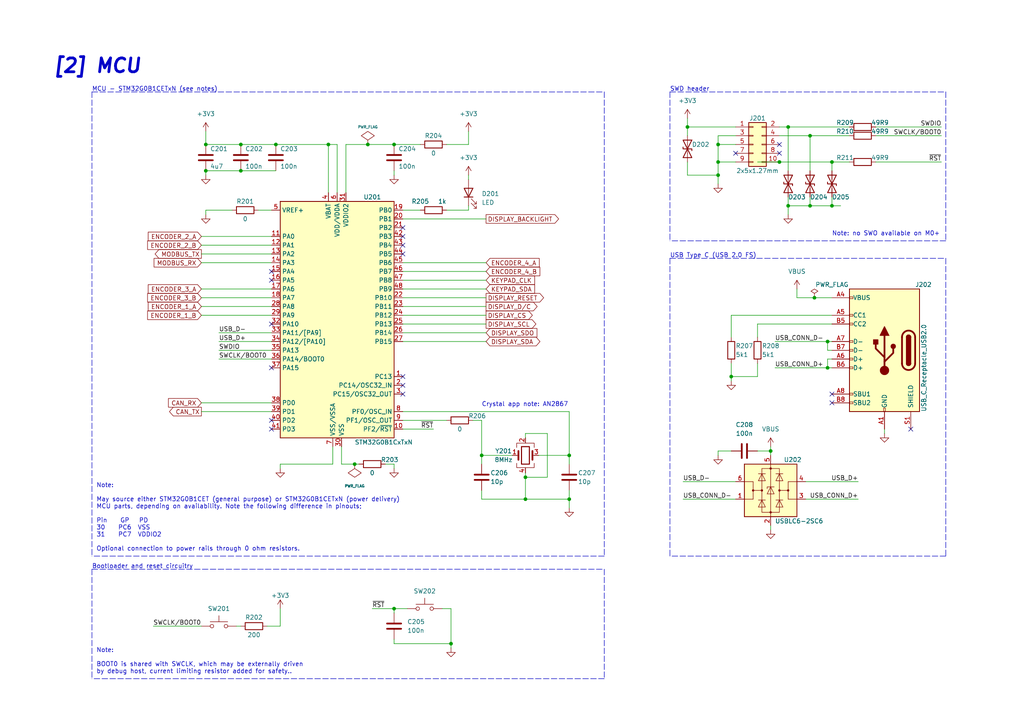
<source format=kicad_sch>
(kicad_sch (version 20211123) (generator eeschema)
  (paper "A4")
  (title_block (title "grblPANEL") (date "2022-12-12") (rev "0.1") (company "dresco"))
  (lib_symbols
    (symbol "Connector:USB_C_Receptacle_USB2.0" (pin_names (offset 1.016))
      (property "Reference" "J" (at -10.16 19.05 0))
      (property "Value" "USB_C_Receptacle_USB2.0" (at 19.05 19.05 0))
      (symbol "USB_C_Receptacle_USB2.0_0_0"
        (rectangle (start -0.254 -17.78) (end 0.254 -16.764))
        (rectangle (start 10.16 -14.986) (end 9.144 -15.494))
        (rectangle (start 10.16 -12.446) (end 9.144 -12.954))
        (rectangle (start 10.16 -4.826) (end 9.144 -5.334))
        (rectangle (start 10.16 -2.286) (end 9.144 -2.794))
        (rectangle (start 10.16 0.254) (end 9.144 -0.254))
        (rectangle (start 10.16 2.794) (end 9.144 2.286))
        (rectangle (start 10.16 7.874) (end 9.144 7.366))
        (rectangle (start 10.16 10.414) (end 9.144 9.906))
        (rectangle (start 10.16 15.494) (end 9.144 14.986))
      )
      (symbol "USB_C_Receptacle_USB2.0_0_1"
        (rectangle (start -10.16 17.78) (end 10.16 -17.78) (stroke (width 0.254)) (fill (type background)))
        (arc (start -8.89 -3.81) (mid -6.985 -5.715) (end -5.08 -3.81) (stroke (width 0.508)))
        (arc (start -7.62 -3.81) (mid -6.985 -4.445) (end -6.35 -3.81) (stroke (width 0.254)))
        (arc (start -7.62 -3.81) (mid -6.985 -4.445) (end -6.35 -3.81) (stroke (width 0.254)) (fill (type outline)))
        (rectangle (start -7.62 -3.81) (end -6.35 3.81) (stroke (width 0.254)) (fill (type outline)))
        (arc (start -6.35 3.81) (mid -6.985 4.445) (end -7.62 3.81) (stroke (width 0.254)))
        (arc (start -6.35 3.81) (mid -6.985 4.445) (end -7.62 3.81) (stroke (width 0.254)) (fill (type outline)))
        (arc (start -5.08 3.81) (mid -6.985 5.715) (end -8.89 3.81) (stroke (width 0.508)))
        (circle (center -2.54 1.143) (radius 0.635) (stroke (width 0.254)) (fill (type outline)))
        (circle (center 0 -5.842) (radius 1.27) (fill (type outline)))
        (polyline (pts (xy -8.89 -3.81) (xy -8.89 3.81)) (stroke (width 0.508)))
        (polyline (pts (xy -5.08 3.81) (xy -5.08 -3.81)) (stroke (width 0.508)))
        (polyline (pts (xy 0 -5.842) (xy 0 4.318)) (stroke (width 0.508)))
        (polyline (pts (xy 0 -3.302) (xy -2.54 -0.762) (xy -2.54 0.508)) (stroke (width 0.508)))
        (polyline (pts (xy 0 -2.032) (xy 2.54 0.508) (xy 2.54 1.778)) (stroke (width 0.508)))
        (polyline (pts (xy -1.27 4.318) (xy 0 6.858) (xy 1.27 4.318) (xy -1.27 4.318)) (stroke (width 0.254)) (fill (type outline)))
        (rectangle (start 1.905 1.778) (end 3.175 3.048) (stroke (width 0.254)) (fill (type outline)))
      )
      (symbol "USB_C_Receptacle_USB2.0_1_1"
        (pin passive line (at 0 -22.86 90) (length 5.08) (name "GND") (number "A1"))
        (pin passive line (at 0 -22.86 90) (length 5.08) hide (name "GND") (number "A12"))
        (pin passive line (at 15.24 15.24 180) (length 5.08) (name "VBUS") (number "A4"))
        (pin bidirectional line (at 15.24 10.16 180) (length 5.08) (name "CC1") (number "A5"))
        (pin bidirectional line (at 15.24 -2.54 180) (length 5.08) (name "D+") (number "A6"))
        (pin bidirectional line (at 15.24 2.54 180) (length 5.08) (name "D-") (number "A7"))
        (pin bidirectional line (at 15.24 -12.7 180) (length 5.08) (name "SBU1") (number "A8"))
        (pin passive line (at 15.24 15.24 180) (length 5.08) hide (name "VBUS") (number "A9"))
        (pin passive line (at 0 -22.86 90) (length 5.08) hide (name "GND") (number "B1"))
        (pin passive line (at 0 -22.86 90) (length 5.08) hide (name "GND") (number "B12"))
        (pin passive line (at 15.24 15.24 180) (length 5.08) hide (name "VBUS") (number "B4"))
        (pin bidirectional line (at 15.24 7.62 180) (length 5.08) (name "CC2") (number "B5"))
        (pin bidirectional line (at 15.24 -5.08 180) (length 5.08) (name "D+") (number "B6"))
        (pin bidirectional line (at 15.24 0 180) (length 5.08) (name "D-") (number "B7"))
        (pin bidirectional line (at 15.24 -15.24 180) (length 5.08) (name "SBU2") (number "B8"))
        (pin passive line (at 15.24 15.24 180) (length 5.08) hide (name "VBUS") (number "B9"))
        (pin passive line (at -7.62 -22.86 90) (length 5.08) (name "SHIELD") (number "S1"))
      )
    )
    (symbol "Connector_Generic:Conn_02x05_Odd_Even" (pin_names (offset 1.016) hide)
      (property "Reference" "J" (at 1.27 7.62 0))
      (property "Value" "Conn_02x05_Odd_Even" (at 1.27 -7.62 0))
      (symbol "Conn_02x05_Odd_Even_1_1"
        (rectangle (start -1.27 -4.953) (end 0 -5.207) (stroke (width 0.1524)))
        (rectangle (start -1.27 -2.413) (end 0 -2.667) (stroke (width 0.1524)))
        (rectangle (start -1.27 0.127) (end 0 -0.127) (stroke (width 0.1524)))
        (rectangle (start -1.27 2.667) (end 0 2.413) (stroke (width 0.1524)))
        (rectangle (start -1.27 5.207) (end 0 4.953) (stroke (width 0.1524)))
        (rectangle (start -1.27 6.35) (end 3.81 -6.35) (stroke (width 0.254)) (fill (type background)))
        (rectangle (start 3.81 -4.953) (end 2.54 -5.207) (stroke (width 0.1524)))
        (rectangle (start 3.81 -2.413) (end 2.54 -2.667) (stroke (width 0.1524)))
        (rectangle (start 3.81 0.127) (end 2.54 -0.127) (stroke (width 0.1524)))
        (rectangle (start 3.81 2.667) (end 2.54 2.413) (stroke (width 0.1524)))
        (rectangle (start 3.81 5.207) (end 2.54 4.953) (stroke (width 0.1524)))
        (pin passive line (at -5.08 5.08 0) (length 3.81) (name "Pin_1") (number "1"))
        (pin passive line (at 7.62 -5.08 180) (length 3.81) (name "Pin_10") (number "10"))
        (pin passive line (at 7.62 5.08 180) (length 3.81) (name "Pin_2") (number "2"))
        (pin passive line (at -5.08 2.54 0) (length 3.81) (name "Pin_3") (number "3"))
        (pin passive line (at 7.62 2.54 180) (length 3.81) (name "Pin_4") (number "4"))
        (pin passive line (at -5.08 0 0) (length 3.81) (name "Pin_5") (number "5"))
        (pin passive line (at 7.62 0 180) (length 3.81) (name "Pin_6") (number "6"))
        (pin passive line (at -5.08 -2.54 0) (length 3.81) (name "Pin_7") (number "7"))
        (pin passive line (at 7.62 -2.54 180) (length 3.81) (name "Pin_8") (number "8"))
        (pin passive line (at -5.08 -5.08 0) (length 3.81) (name "Pin_9") (number "9"))
      )
    )
    (symbol "Device:C" (pin_numbers hide) (pin_names (offset 0.254))
      (property "Reference" "C" (at 0.635 2.54 0))
      (property "Value" "C" (at 0.635 -2.54 0))
      (symbol "C_0_1"
        (polyline (pts (xy -2.032 -0.762) (xy 2.032 -0.762)) (stroke (width 0.508)))
        (polyline (pts (xy -2.032 0.762) (xy 2.032 0.762)) (stroke (width 0.508)))
      )
      (symbol "C_1_1"
        (pin passive line (at 0 3.81 270) (length 2.794) (name "~") (number "1"))
        (pin passive line (at 0 -3.81 90) (length 2.794) (name "~") (number "2"))
      )
    )
    (symbol "Device:Crystal_GND24" (pin_names (offset 1.016) hide)
      (property "Reference" "Y" (at 3.175 5.08 0))
      (property "Value" "Crystal_GND24" (at 3.175 3.175 0))
      (symbol "Crystal_GND24_0_1"
        (rectangle (start -1.143 2.54) (end 1.143 -2.54) (stroke (width 0.3048)))
        (polyline (pts (xy -2.54 0) (xy -2.032 0)))
        (polyline (pts (xy -2.032 -1.27) (xy -2.032 1.27)) (stroke (width 0.508)))
        (polyline (pts (xy 0 -3.81) (xy 0 -3.556)))
        (polyline (pts (xy 0 3.556) (xy 0 3.81)))
        (polyline (pts (xy 2.032 -1.27) (xy 2.032 1.27)) (stroke (width 0.508)))
        (polyline (pts (xy 2.032 0) (xy 2.54 0)))
        (polyline (pts (xy -2.54 -2.286) (xy -2.54 -3.556) (xy 2.54 -3.556) (xy 2.54 -2.286)))
        (polyline (pts (xy -2.54 2.286) (xy -2.54 3.556) (xy 2.54 3.556) (xy 2.54 2.286)))
      )
      (symbol "Crystal_GND24_1_1"
        (pin passive line (at -3.81 0 0) (length 1.27) (name "1") (number "1"))
        (pin passive line (at 0 5.08 270) (length 1.27) (name "2") (number "2"))
        (pin passive line (at 3.81 0 180) (length 1.27) (name "3") (number "3"))
        (pin passive line (at 0 -5.08 90) (length 1.27) (name "4") (number "4"))
      )
    )
    (symbol "Device:D_TVS" (pin_numbers hide) (pin_names (offset 1.016) hide)
      (property "Reference" "D" (at 0 2.54 0))
      (property "Value" "D_TVS" (at 0 -2.54 0))
      (symbol "D_TVS_0_1"
        (polyline (pts (xy 1.27 0) (xy -1.27 0)))
        (polyline (pts (xy 0.508 1.27) (xy 0 1.27) (xy 0 -1.27) (xy -0.508 -1.27)) (stroke (width 0.254)))
        (polyline (pts (xy -2.54 1.27) (xy -2.54 -1.27) (xy 2.54 1.27) (xy 2.54 -1.27) (xy -2.54 1.27)) (stroke (width 0.254)))
      )
      (symbol "D_TVS_1_1"
        (pin passive line (at -3.81 0 0) (length 2.54) (name "A1") (number "1"))
        (pin passive line (at 3.81 0 180) (length 2.54) (name "A2") (number "2"))
      )
    )
    (symbol "Device:LED" (pin_numbers hide) (pin_names (offset 1.016) hide)
      (property "Reference" "D" (at 0 2.54 0))
      (property "Value" "LED" (at 0 -2.54 0))
      (symbol "LED_0_1"
        (polyline (pts (xy -1.27 -1.27) (xy -1.27 1.27)) (stroke (width 0.254)))
        (polyline (pts (xy -1.27 0) (xy 1.27 0)))
        (polyline (pts (xy 1.27 -1.27) (xy 1.27 1.27) (xy -1.27 0) (xy 1.27 -1.27)) (stroke (width 0.254)))
        (polyline (pts (xy -3.048 -0.762) (xy -4.572 -2.286) (xy -3.81 -2.286) (xy -4.572 -2.286) (xy -4.572 -1.524)))
        (polyline (pts (xy -1.778 -0.762) (xy -3.302 -2.286) (xy -2.54 -2.286) (xy -3.302 -2.286) (xy -3.302 -1.524)))
      )
      (symbol "LED_1_1"
        (pin passive line (at -3.81 0 0) (length 2.54) (name "K") (number "1"))
        (pin passive line (at 3.81 0 180) (length 2.54) (name "A") (number "2"))
      )
    )
    (symbol "Device:R" (pin_numbers hide) (pin_names (offset 0))
      (property "Reference" "R" (at 2.032 0 90))
      (property "Value" "R" (at 0 0 90))
      (symbol "R_0_1"
        (rectangle (start -1.016 -2.54) (end 1.016 2.54) (stroke (width 0.254)))
      )
      (symbol "R_1_1"
        (pin passive line (at 0 3.81 270) (length 1.27) (name "~") (number "1"))
        (pin passive line (at 0 -3.81 90) (length 1.27) (name "~") (number "2"))
      )
    )
    (symbol "Power_Protection:USBLC6-2SC6" (pin_names hide)
      (property "Reference" "U" (at 2.54 8.89 0))
      (property "Value" "USBLC6-2SC6" (at 2.54 -8.89 0))
      (symbol "USBLC6-2SC6_0_1"
        (rectangle (start -7.62 -7.62) (end 7.62 7.62) (stroke (width 0.254)) (fill (type background)))
        (circle (center -5.08 0) (radius 0.254) (fill (type outline)))
        (circle (center -2.54 0) (radius 0.254) (fill (type outline)))
        (rectangle (start -2.54 6.35) (end 2.54 -6.35))
        (circle (center 0 -6.35) (radius 0.254) (fill (type outline)))
        (polyline (pts (xy -5.08 -2.54) (xy -7.62 -2.54)))
        (polyline (pts (xy -5.08 0) (xy -5.08 -2.54)))
        (polyline (pts (xy -5.08 2.54) (xy -7.62 2.54)))
        (polyline (pts (xy -1.524 -2.794) (xy -3.556 -2.794)))
        (polyline (pts (xy -1.524 4.826) (xy -3.556 4.826)))
        (polyline (pts (xy 0 -7.62) (xy 0 -6.35)))
        (polyline (pts (xy 0 -6.35) (xy 0 1.27)))
        (polyline (pts (xy 0 1.27) (xy 0 6.35)))
        (polyline (pts (xy 0 6.35) (xy 0 7.62)))
        (polyline (pts (xy 1.524 -2.794) (xy 3.556 -2.794)))
        (polyline (pts (xy 1.524 4.826) (xy 3.556 4.826)))
        (polyline (pts (xy 5.08 -2.54) (xy 7.62 -2.54)))
        (polyline (pts (xy 5.08 0) (xy 5.08 -2.54)))
        (polyline (pts (xy 5.08 2.54) (xy 7.62 2.54)))
        (polyline (pts (xy -2.54 0) (xy -5.08 0) (xy -5.08 2.54)))
        (polyline (pts (xy 2.54 0) (xy 5.08 0) (xy 5.08 2.54)))
        (polyline (pts (xy -3.556 -4.826) (xy -1.524 -4.826) (xy -2.54 -2.794) (xy -3.556 -4.826)))
        (polyline (pts (xy -3.556 2.794) (xy -1.524 2.794) (xy -2.54 4.826) (xy -3.556 2.794)))
        (polyline (pts (xy -1.016 -1.016) (xy 1.016 -1.016) (xy 0 1.016) (xy -1.016 -1.016)))
        (polyline (pts (xy 1.016 1.016) (xy 0.762 1.016) (xy -1.016 1.016) (xy -1.016 0.508)))
        (polyline (pts (xy 3.556 -4.826) (xy 1.524 -4.826) (xy 2.54 -2.794) (xy 3.556 -4.826)))
        (polyline (pts (xy 3.556 2.794) (xy 1.524 2.794) (xy 2.54 4.826) (xy 3.556 2.794)))
        (circle (center 0 6.35) (radius 0.254) (fill (type outline)))
        (circle (center 2.54 0) (radius 0.254) (fill (type outline)))
        (circle (center 5.08 0) (radius 0.254) (fill (type outline)))
      )
      (symbol "USBLC6-2SC6_1_1"
        (pin passive line (at -10.16 -2.54 0) (length 2.54) (name "I/O1") (number "1"))
        (pin passive line (at 0 -10.16 90) (length 2.54) (name "GND") (number "2"))
        (pin passive line (at 10.16 -2.54 180) (length 2.54) (name "I/O2") (number "3"))
        (pin passive line (at 10.16 2.54 180) (length 2.54) (name "I/O2") (number "4"))
        (pin passive line (at 0 10.16 270) (length 2.54) (name "VBUS") (number "5"))
        (pin passive line (at -10.16 2.54 0) (length 2.54) (name "I/O1") (number "6"))
      )
    )
    (symbol "Switch:SW_Push" (pin_numbers hide) (pin_names (offset 1.016) hide)
      (property "Reference" "SW" (at 1.27 2.54 0))
      (property "Value" "SW_Push" (at 0 -1.524 0))
      (symbol "SW_Push_0_1"
        (circle (center -2.032 0) (radius 0.508))
        (polyline (pts (xy 0 1.27) (xy 0 3.048)))
        (polyline (pts (xy 2.54 1.27) (xy -2.54 1.27)))
        (circle (center 2.032 0) (radius 0.508))
        (pin passive line (at -5.08 0 0) (length 2.54) (name "1") (number "1"))
        (pin passive line (at 5.08 0 180) (length 2.54) (name "2") (number "2"))
      )
    )
    (symbol "dresco:PWR_FLAG" (power) (pin_numbers hide) (pin_names (offset 0) hide)
      (property "Value" "PWR_FLAG" (at 0 4.572 0))
      (symbol "PWR_FLAG_0_0"
        (pin power_out line (at 0 0 90) (length 0) (name "pwr") (number "1"))
      )
      (symbol "PWR_FLAG_0_1"
        (polyline (pts (xy 0 0) (xy 0 1.27) (xy -1.905 2.54) (xy 0 3.81) (xy 1.905 2.54) (xy 0 1.27)))
      )
    )
    (symbol "dresco:STM32G0B1CxTxN"
      (property "Reference" "U" (at -15.24 35.56 0))
      (property "Value" "STM32G0B1CxTxN" (at 5.08 35.56 0))
      (symbol "STM32G0B1CxTxN_0_0"
        (pin bidirectional line (at -19.05 -3.81 0) (length 2.54) (name "PA11/[PA9]") (number "33"))
        (pin bidirectional line (at -19.05 -6.35 0) (length 2.54) (name "PA12/[PA10]") (number "34"))
        (pin bidirectional line (at -19.05 -8.89 0) (length 2.54) (name "PA13") (number "35"))
        (pin bidirectional line (at -19.05 -11.43 0) (length 2.54) (name "PA14/BOOT0") (number "36"))
        (pin bidirectional line (at -19.05 -13.97 0) (length 2.54) (name "PA15") (number "37"))
        (pin bidirectional line (at -19.05 -24.13 0) (length 2.54) (name "PD0") (number "38"))
        (pin bidirectional line (at -19.05 -26.67 0) (length 2.54) (name "PD1") (number "39"))
        (pin bidirectional line (at -19.05 -29.21 0) (length 2.54) (name "PD2") (number "40"))
        (pin bidirectional line (at -19.05 -31.75 0) (length 2.54) (name "PD3") (number "41"))
        (pin bidirectional line (at 19.05 24.13 180) (length 2.54) (name "PB3") (number "42"))
        (pin bidirectional line (at 19.05 21.59 180) (length 2.54) (name "PB4") (number "43"))
        (pin bidirectional line (at 19.05 19.05 180) (length 2.54) (name "PB5") (number "44"))
        (pin bidirectional line (at 19.05 16.51 180) (length 2.54) (name "PB6") (number "45"))
        (pin bidirectional line (at 19.05 13.97 180) (length 2.54) (name "PB7") (number "46"))
        (pin bidirectional line (at 19.05 11.43 180) (length 2.54) (name "PB8") (number "47"))
        (pin bidirectional line (at 19.05 8.89 180) (length 2.54) (name "PB9") (number "48"))
      )
      (symbol "STM32G0B1CxTxN_0_1"
        (rectangle (start -16.51 34.29) (end 16.51 -34.29) (stroke (width 0.254)) (fill (type background)))
      )
      (symbol "STM32G0B1CxTxN_1_1"
        (pin bidirectional line (at 19.05 -16.51 180) (length 2.54) (name "PC13") (number "1"))
        (pin bidirectional line (at 19.05 -31.75 180) (length 2.54) (name "PF2/~{RST}") (number "10"))
        (pin bidirectional line (at -19.05 24.13 0) (length 2.54) (name "PA0") (number "11"))
        (pin bidirectional line (at -19.05 21.59 0) (length 2.54) (name "PA1") (number "12"))
        (pin bidirectional line (at -19.05 19.05 0) (length 2.54) (name "PA2") (number "13"))
        (pin bidirectional line (at -19.05 16.51 0) (length 2.54) (name "PA3") (number "14"))
        (pin bidirectional line (at -19.05 13.97 0) (length 2.54) (name "PA4") (number "15"))
        (pin bidirectional line (at -19.05 11.43 0) (length 2.54) (name "PA5") (number "16"))
        (pin bidirectional line (at -19.05 8.89 0) (length 2.54) (name "PA6") (number "17"))
        (pin bidirectional line (at -19.05 6.35 0) (length 2.54) (name "PA7") (number "18"))
        (pin bidirectional line (at 19.05 31.75 180) (length 2.54) (name "PB0") (number "19"))
        (pin bidirectional line (at 19.05 -19.05 180) (length 2.54) (name "PC14/OSC32_IN") (number "2"))
        (pin bidirectional line (at 19.05 29.21 180) (length 2.54) (name "PB1") (number "20"))
        (pin bidirectional line (at 19.05 26.67 180) (length 2.54) (name "PB2") (number "21"))
        (pin bidirectional line (at 19.05 6.35 180) (length 2.54) (name "PB10") (number "22"))
        (pin bidirectional line (at 19.05 3.81 180) (length 2.54) (name "PB11") (number "23"))
        (pin bidirectional line (at 19.05 1.27 180) (length 2.54) (name "PB12") (number "24"))
        (pin bidirectional line (at 19.05 -1.27 180) (length 2.54) (name "PB13") (number "25"))
        (pin bidirectional line (at 19.05 -3.81 180) (length 2.54) (name "PB14") (number "26"))
        (pin bidirectional line (at 19.05 -6.35 180) (length 2.54) (name "PB15") (number "27"))
        (pin bidirectional line (at -19.05 3.81 0) (length 2.54) (name "PA8") (number "28"))
        (pin bidirectional line (at -19.05 1.27 0) (length 2.54) (name "PA9") (number "29"))
        (pin bidirectional line (at 19.05 -21.59 180) (length 2.54) (name "PC15/OSC32_OUT") (number "3"))
        (pin power_in line (at 1.27 -36.83 90) (length 2.54) (name "VSS") (number "30"))
        (pin power_in line (at 2.54 36.83 270) (length 2.54) (name "VDDIO2") (number "31"))
        (pin bidirectional line (at -19.05 -1.27 0) (length 2.54) (name "PA10") (number "32"))
        (pin power_in line (at -2.54 36.83 270) (length 2.54) (name "VBAT") (number "4"))
        (pin bidirectional line (at -19.05 31.75 0) (length 2.54) (name "VREF+") (number "5"))
        (pin power_in line (at 0 36.83 270) (length 2.54) (name "VDD/VDDA") (number "6"))
        (pin power_in line (at -1.27 -36.83 90) (length 2.54) (name "VSS/VSSA") (number "7"))
        (pin bidirectional line (at 19.05 -26.67 180) (length 2.54) (name "PF0/OSC_IN") (number "8"))
        (pin bidirectional line (at 19.05 -29.21 180) (length 2.54) (name "PF1/OSC_OUT") (number "9"))
      )
    )
    (symbol "power:+3V3" (power) (pin_names (offset 0))
      (property "Value" "+3V3" (at 0 3.556 0))
      (symbol "+3V3_0_1"
        (polyline (pts (xy -0.762 1.27) (xy 0 2.54)))
        (polyline (pts (xy 0 0) (xy 0 2.54)))
        (polyline (pts (xy 0 2.54) (xy 0.762 1.27)))
      )
      (symbol "+3V3_1_1"
        (pin power_in line (at 0 0 90) (length 0) hide (name "+3V3") (number "1"))
      )
    )
    (symbol "power:GND" (power) (pin_names (offset 0))
      (property "Value" "GND" (at 0 -3.81 0))
      (symbol "GND_0_1"
        (polyline (pts (xy 0 0) (xy 0 -1.27) (xy 1.27 -1.27) (xy 0 -2.54) (xy -1.27 -1.27) (xy 0 -1.27)))
      )
      (symbol "GND_1_1"
        (pin power_in line (at 0 0 270) (length 0) hide (name "GND") (number "1"))
      )
    )
    (symbol "power:PWR_FLAG" (power) (pin_numbers hide) (pin_names (offset 0) hide)
      (property "Value" "PWR_FLAG" (at 0 3.81 0))
      (symbol "PWR_FLAG_0_0"
        (pin power_out line (at 0 0 90) (length 0) (name "pwr") (number "1"))
      )
      (symbol "PWR_FLAG_0_1"
        (polyline (pts (xy 0 0) (xy 0 1.27) (xy -1.016 1.905) (xy 0 2.54) (xy 1.016 1.905) (xy 0 1.27)))
      )
    )
    (symbol "power:VBUS" (power) (pin_names (offset 0))
      (property "Value" "VBUS" (at 0 3.81 0))
      (symbol "VBUS_0_1"
        (polyline (pts (xy -0.762 1.27) (xy 0 2.54)))
        (polyline (pts (xy 0 0) (xy 0 2.54)))
        (polyline (pts (xy 0 2.54) (xy 0.762 1.27)))
      )
      (symbol "VBUS_1_1"
        (pin power_in line (at 0 0 90) (length 0) hide (name "VBUS") (number "1"))
      )
    )
  )
  (junction (at 226.06 46.99))
  (junction (at 130.81 186.69))
  (junction (at 59.69 41.91))
  (junction (at 212.09 109.22))
  (junction (at 199.39 36.83))
  (junction (at 241.3 46.99))
  (junction (at 95.25 41.91))
  (junction (at 234.95 59.69))
  (junction (at 236.22 86.36))
  (junction (at 240.03 99.06))
  (junction (at 102.87 134.62))
  (junction (at 208.28 50.8))
  (junction (at 234.95 39.37))
  (junction (at 59.69 49.53))
  (junction (at 152.4 144.78))
  (junction (at 228.6 36.83))
  (junction (at 208.28 46.99))
  (junction (at 106.68 41.91))
  (junction (at 223.52 130.81))
  (junction (at 69.85 49.53))
  (junction (at 139.7 132.08))
  (junction (at 165.1 144.78))
  (junction (at 114.3 176.53))
  (junction (at 228.6 59.69))
  (junction (at 80.01 41.91))
  (junction (at 208.28 41.91))
  (junction (at 152.4 138.43))
  (junction (at 114.3 41.91))
  (junction (at 241.3 59.69))
  (junction (at 69.85 41.91))
  (junction (at 165.1 132.08))
  (junction (at 240.03 106.68))
  (no_connect (at 241.3 116.84))
  (no_connect (at 78.74 81.28))
  (no_connect (at 78.74 78.74))
  (no_connect (at 116.84 73.66))
  (no_connect (at 116.84 66.04))
  (no_connect (at 241.3 114.3))
  (no_connect (at 78.74 93.98))
  (no_connect (at 264.16 124.46))
  (no_connect (at 213.36 44.45))
  (no_connect (at 116.84 68.58))
  (no_connect (at 116.84 111.76))
  (no_connect (at 226.06 44.45))
  (no_connect (at 116.84 71.12))
  (no_connect (at 116.84 109.22))
  (no_connect (at 78.74 124.46))
  (no_connect (at 78.74 121.92))
  (no_connect (at 226.06 41.91))
  (no_connect (at 116.84 114.3))
  (no_connect (at 78.74 106.68))
  (wire (pts (xy 208.28 41.91) (xy 213.36 41.91)))
  (wire (pts (xy 240.03 104.14) (xy 240.03 106.68)))
  (wire (pts (xy 226.06 46.99) (xy 241.3 46.99)))
  (wire (pts (xy 199.39 36.83) (xy 199.39 34.29)))
  (wire (pts (xy 116.84 93.98) (xy 140.97 93.98)))
  (wire (pts (xy 59.69 41.91) (xy 69.85 41.91)))
  (wire (pts (xy 135.89 50.8) (xy 135.89 52.07)))
  (wire (pts (xy 116.84 76.2) (xy 140.97 76.2)))
  (wire (pts (xy 241.3 46.99) (xy 241.3 49.53)))
  (wire (pts (xy 234.95 59.69) (xy 241.3 59.69)))
  (wire (pts (xy 234.95 59.69) (xy 228.6 59.69)))
  (wire (pts (xy 219.71 109.22) (xy 212.09 109.22)))
  (wire (pts (xy 152.4 125.73) (xy 152.4 127)))
  (wire (pts (xy 231.14 86.36) (xy 236.22 86.36)))
  (wire (pts (xy 241.3 46.99) (xy 246.38 46.99)))
  (wire (pts (xy 59.69 38.1) (xy 59.69 41.91)))
  (wire (pts (xy 63.5 101.6) (xy 78.74 101.6)))
  (wire (pts (xy 219.71 130.81) (xy 223.52 130.81)))
  (wire (pts (xy 74.93 60.96) (xy 78.74 60.96)))
  (wire (pts (xy 208.28 46.99) (xy 213.36 46.99)))
  (wire (pts (xy 248.92 144.78) (xy 233.68 144.78)))
  (wire (pts (xy 152.4 125.73) (xy 158.75 125.73)))
  (wire (pts (xy 114.3 49.53) (xy 114.3 50.8)))
  (wire (pts (xy 116.84 124.46) (xy 125.73 124.46)))
  (wire (pts (xy 228.6 36.83) (xy 246.38 36.83)))
  (wire (pts (xy 58.42 83.82) (xy 78.74 83.82)))
  (wire (pts (xy 212.09 91.44) (xy 212.09 97.79)))
  (wire (pts (xy 236.22 86.36) (xy 241.3 86.36)))
  (wire (pts (xy 226.06 39.37) (xy 234.95 39.37)))
  (wire (pts (xy 58.42 68.58) (xy 78.74 68.58)))
  (wire (pts (xy 198.12 144.78) (xy 213.36 144.78)))
  (wire (pts (xy 63.5 96.52) (xy 78.74 96.52)))
  (wire (pts (xy 199.39 36.83) (xy 213.36 36.83)))
  (wire (pts (xy 81.28 134.62) (xy 96.52 134.62)))
  (wire (pts (xy 63.5 104.14) (xy 78.74 104.14)))
  (wire (pts (xy 130.81 176.53) (xy 128.27 176.53)))
  (wire (pts (xy 241.3 101.6) (xy 240.03 101.6)))
  (wire (pts (xy 224.79 106.68) (xy 240.03 106.68)))
  (wire (pts (xy 130.81 186.69) (xy 130.81 176.53)))
  (wire (pts (xy 99.06 134.62) (xy 102.87 134.62)))
  (wire (pts (xy 139.7 132.08) (xy 139.7 134.62)))
  (polyline (pts (xy 26.67 26.67) (xy 26.67 161.29)))
  (wire (pts (xy 158.75 138.43) (xy 152.4 138.43)))
  (wire (pts (xy 223.52 129.54) (xy 223.52 130.81)))
  (wire (pts (xy 95.25 41.91) (xy 97.79 41.91)))
  (wire (pts (xy 241.3 93.98) (xy 219.71 93.98)))
  (wire (pts (xy 254 46.99) (xy 273.05 46.99)))
  (wire (pts (xy 114.3 186.69) (xy 130.81 186.69)))
  (wire (pts (xy 254 36.83) (xy 273.05 36.83)))
  (wire (pts (xy 95.25 41.91) (xy 95.25 55.88)))
  (wire (pts (xy 100.33 41.91) (xy 106.68 41.91)))
  (wire (pts (xy 208.28 46.99) (xy 208.28 41.91)))
  (wire (pts (xy 114.3 185.42) (xy 114.3 186.69)))
  (wire (pts (xy 58.42 73.66) (xy 78.74 73.66)))
  (polyline (pts (xy 26.67 165.1) (xy 175.26 165.1)))
  (wire (pts (xy 58.42 86.36) (xy 78.74 86.36)))
  (wire (pts (xy 58.42 119.38) (xy 78.74 119.38)))
  (wire (pts (xy 199.39 36.83) (xy 199.39 39.37)))
  (wire (pts (xy 116.84 86.36) (xy 140.97 86.36)))
  (wire (pts (xy 139.7 144.78) (xy 152.4 144.78)))
  (wire (pts (xy 58.42 116.84) (xy 78.74 116.84)))
  (wire (pts (xy 80.01 41.91) (xy 95.25 41.91)))
  (wire (pts (xy 59.69 62.23) (xy 59.69 60.96)))
  (wire (pts (xy 114.3 177.8) (xy 114.3 176.53)))
  (wire (pts (xy 256.54 124.46) (xy 256.54 125.73)))
  (polyline (pts (xy 26.67 26.67) (xy 175.26 26.67)))
  (wire (pts (xy 81.28 135.89) (xy 81.28 134.62)))
  (wire (pts (xy 116.84 78.74) (xy 140.97 78.74)))
  (polyline (pts (xy 194.31 74.93) (xy 274.32 74.93)))
  (wire (pts (xy 152.4 138.43) (xy 152.4 144.78)))
  (wire (pts (xy 223.52 130.81) (xy 223.52 132.08)))
  (wire (pts (xy 234.95 39.37) (xy 246.38 39.37)))
  (wire (pts (xy 116.84 121.92) (xy 129.54 121.92)))
  (wire (pts (xy 116.84 88.9) (xy 140.97 88.9)))
  (wire (pts (xy 44.45 181.61) (xy 58.42 181.61)))
  (wire (pts (xy 208.28 41.91) (xy 208.28 39.37)))
  (wire (pts (xy 199.39 46.99) (xy 199.39 50.8)))
  (wire (pts (xy 241.3 57.15) (xy 241.3 59.69)))
  (wire (pts (xy 165.1 144.78) (xy 165.1 142.24)))
  (wire (pts (xy 107.95 176.53) (xy 114.3 176.53)))
  (wire (pts (xy 116.84 119.38) (xy 165.1 119.38)))
  (wire (pts (xy 58.42 88.9) (xy 78.74 88.9)))
  (wire (pts (xy 234.95 57.15) (xy 234.95 59.69)))
  (wire (pts (xy 59.69 49.53) (xy 69.85 49.53)))
  (wire (pts (xy 240.03 99.06) (xy 241.3 99.06)))
  (wire (pts (xy 199.39 50.8) (xy 208.28 50.8)))
  (wire (pts (xy 241.3 59.69) (xy 243.84 59.69)))
  (wire (pts (xy 219.71 46.99) (xy 226.06 46.99)))
  (wire (pts (xy 228.6 57.15) (xy 228.6 59.69)))
  (polyline (pts (xy 194.31 26.67) (xy 194.31 69.85)))
  (wire (pts (xy 116.84 91.44) (xy 140.97 91.44)))
  (polyline (pts (xy 274.32 161.29) (xy 194.31 161.29)))
  (wire (pts (xy 212.09 105.41) (xy 212.09 109.22)))
  (polyline (pts (xy 175.26 165.1) (xy 175.26 196.85)))
  (wire (pts (xy 240.03 101.6) (xy 240.03 99.06)))
  (wire (pts (xy 208.28 132.08) (xy 208.28 130.81)))
  (wire (pts (xy 135.89 60.96) (xy 135.89 59.69)))
  (wire (pts (xy 212.09 109.22) (xy 212.09 110.49)))
  (wire (pts (xy 165.1 119.38) (xy 165.1 132.08)))
  (wire (pts (xy 114.3 134.62) (xy 111.76 134.62)))
  (wire (pts (xy 228.6 59.69) (xy 228.6 62.23)))
  (wire (pts (xy 116.84 81.28) (xy 140.97 81.28)))
  (wire (pts (xy 116.84 60.96) (xy 121.92 60.96)))
  (wire (pts (xy 231.14 86.36) (xy 231.14 83.82)))
  (wire (pts (xy 165.1 144.78) (xy 165.1 147.32)))
  (wire (pts (xy 58.42 91.44) (xy 78.74 91.44)))
  (wire (pts (xy 59.69 49.53) (xy 59.69 50.8)))
  (wire (pts (xy 58.42 76.2) (xy 78.74 76.2)))
  (wire (pts (xy 116.84 63.5) (xy 140.97 63.5)))
  (wire (pts (xy 241.3 104.14) (xy 240.03 104.14)))
  (polyline (pts (xy 26.67 165.1) (xy 26.67 196.85)))
  (wire (pts (xy 208.28 50.8) (xy 208.28 46.99)))
  (wire (pts (xy 152.4 138.43) (xy 152.4 137.16)))
  (wire (pts (xy 80.01 41.91) (xy 69.85 41.91)))
  (wire (pts (xy 97.79 55.88) (xy 97.79 41.91)))
  (wire (pts (xy 68.58 181.61) (xy 69.85 181.61)))
  (wire (pts (xy 165.1 132.08) (xy 165.1 134.62)))
  (wire (pts (xy 137.16 121.92) (xy 139.7 121.92)))
  (polyline (pts (xy 274.32 74.93) (xy 274.32 161.29)))
  (wire (pts (xy 223.52 152.4) (xy 223.52 153.67)))
  (wire (pts (xy 234.95 49.53) (xy 234.95 39.37)))
  (wire (pts (xy 208.28 53.34) (xy 208.28 50.8)))
  (wire (pts (xy 135.89 38.1) (xy 135.89 41.91)))
  (wire (pts (xy 114.3 135.89) (xy 114.3 134.62)))
  (polyline (pts (xy 274.32 69.85) (xy 194.31 69.85)))
  (wire (pts (xy 59.69 60.96) (xy 67.31 60.96)))
  (wire (pts (xy 139.7 132.08) (xy 148.59 132.08)))
  (wire (pts (xy 248.92 139.7) (xy 233.68 139.7)))
  (wire (pts (xy 208.28 130.81) (xy 212.09 130.81)))
  (wire (pts (xy 219.71 105.41) (xy 219.71 109.22)))
  (wire (pts (xy 254 39.37) (xy 273.05 39.37)))
  (wire (pts (xy 63.5 99.06) (xy 78.74 99.06)))
  (polyline (pts (xy 175.26 161.29) (xy 26.67 161.29)))
  (wire (pts (xy 219.71 93.98) (xy 219.71 97.79)))
  (wire (pts (xy 106.68 41.91) (xy 114.3 41.91)))
  (wire (pts (xy 81.28 181.61) (xy 81.28 176.53)))
  (wire (pts (xy 102.87 134.62) (xy 104.14 134.62)))
  (wire (pts (xy 224.79 99.06) (xy 240.03 99.06)))
  (wire (pts (xy 139.7 142.24) (xy 139.7 144.78)))
  (wire (pts (xy 129.54 60.96) (xy 135.89 60.96)))
  (polyline (pts (xy 175.26 26.67) (xy 175.26 161.29)))
  (wire (pts (xy 99.06 129.54) (xy 99.06 134.62)))
  (wire (pts (xy 241.3 91.44) (xy 212.09 91.44)))
  (polyline (pts (xy 194.31 74.93) (xy 194.31 161.29)))
  (polyline (pts (xy 274.32 26.67) (xy 274.32 69.85)))
  (wire (pts (xy 156.21 132.08) (xy 165.1 132.08)))
  (wire (pts (xy 114.3 176.53) (xy 118.11 176.53)))
  (wire (pts (xy 226.06 36.83) (xy 228.6 36.83)))
  (wire (pts (xy 96.52 129.54) (xy 96.52 134.62)))
  (wire (pts (xy 116.84 96.52) (xy 140.97 96.52)))
  (wire (pts (xy 77.47 181.61) (xy 81.28 181.61)))
  (wire (pts (xy 228.6 36.83) (xy 228.6 49.53)))
  (wire (pts (xy 116.84 83.82) (xy 140.97 83.82)))
  (wire (pts (xy 139.7 121.92) (xy 139.7 132.08)))
  (wire (pts (xy 208.28 39.37) (xy 213.36 39.37)))
  (wire (pts (xy 114.3 41.91) (xy 121.92 41.91)))
  (wire (pts (xy 130.81 187.96) (xy 130.81 186.69)))
  (wire (pts (xy 58.42 71.12) (xy 78.74 71.12)))
  (wire (pts (xy 129.54 41.91) (xy 135.89 41.91)))
  (wire (pts (xy 198.12 139.7) (xy 213.36 139.7)))
  (wire (pts (xy 100.33 55.88) (xy 100.33 41.91)))
  (wire (pts (xy 69.85 49.53) (xy 80.01 49.53)))
  (wire (pts (xy 152.4 144.78) (xy 165.1 144.78)))
  (wire (pts (xy 116.84 99.06) (xy 140.97 99.06)))
  (polyline (pts (xy 194.31 26.67) (xy 274.32 26.67)))
  (polyline (pts (xy 175.26 196.85) (xy 26.67 196.85)))
  (wire (pts (xy 240.03 106.68) (xy 241.3 106.68)))
  (wire (pts (xy 158.75 125.73) (xy 158.75 138.43)))
  (text "Note:\n\nBOOT0 is shared with SWCLK, which may be externally driven\nby debug host, current limiting resistor added for safety.." (at 27.94 195.58 0) (effects (font (size 1.27 1.27)) (justify left bottom)))
  (text "Bootloader and reset circuitry" (at 26.67 165.1 0) (effects (font (size 1.27 1.27)) (justify left bottom)))
  (text "Crystal app note: AN2867" (at 139.7 118.11 0) (effects (font (size 1.27 1.27)) (justify left bottom)))
  (text "[2] MCU" (at 15.24 21.59 0) (effects (font (size 4 4) (thickness 0.8) bold italic) (justify left bottom)))
  (text "MCU - STM32G0B1CETxN (see notes)" (at 26.67 26.67 0) (effects (font (size 1.27 1.27)) (justify left bottom)))
  (text "Note:\n\nMay source either STM32G0B1CET (general purpose) or STM32G0B1CETxN (power delivery)\nMCU parts, depending on availability. Note the following difference in pinouts;\n\nPin    GP   PD\n30    PC6  VSS\n31    PC7  VDDIO2\n\nOptional connection to power rails through 0 ohm resistors.\n" (at 27.94 160.02 0) (effects (font (size 1.27 1.27)) (justify left bottom)))
  (text "Note: no SWO available on M0+" (at 241.3 68.58 0) (effects (font (size 1.27 1.27)) (justify left bottom)))
  (text "USB Type C (USB 2.0 FS)" (at 194.31 74.93 0) (effects (font (size 1.27 1.27)) (justify left bottom)))
  (text "SWD header" (at 194.31 26.67 0) (effects (font (size 1.27 1.27)) (justify left bottom)))
  (label "~{RST}" (at 107.95 176.53 0))
  (label "SWCLK{slash}BOOT0" (at 63.5 104.14 0))
  (label "USB_CONN_D+" (at 224.79 106.68 0))
  (label "USB_D+" (at 248.92 139.7 180))
  (label "~{RST}" (at 125.73 124.46 180))
  (label "SWCLK{slash}BOOT0" (at 273.05 39.37 180))
  (label "USB_D-" (at 63.5 96.52 0))
  (label "USB_CONN_D-" (at 224.79 99.06 0))
  (label "USB_CONN_D+" (at 248.92 144.78 180))
  (label "SWDIO" (at 63.5 101.6 0))
  (label "USB_CONN_D-" (at 198.12 144.78 0))
  (label "SWCLK{slash}BOOT0" (at 44.45 181.61 0))
  (label "~{RST}" (at 273.05 46.99 180))
  (label "SWDIO" (at 273.05 36.83 180))
  (label "USB_D-" (at 198.12 139.7 0))
  (label "USB_D+" (at 63.5 99.06 0))
  (global_label "DISPLAY_BACKLIGHT" (shape output) (at 140.97 63.5 0) (property "Intersheet References" "${INTERSHEET_REFS}" (effects hide)))
  (global_label "ENCODER_1_B" (shape input) (at 58.42 91.44 180) (property "Intersheet References" "${INTERSHEET_REFS}" (effects hide)))
  (global_label "KEYPAD_CLK" (shape input) (at 140.97 81.28 0) (property "Intersheet References" "${INTERSHEET_REFS}" (effects hide)))
  (global_label "DISPLAY_RESET" (shape output) (at 140.97 86.36 0) (property "Intersheet References" "${INTERSHEET_REFS}" (effects hide)))
  (global_label "ENCODER_4_A" (shape input) (at 140.97 76.2 0) (property "Intersheet References" "${INTERSHEET_REFS}" (effects hide)))
  (global_label "ENCODER_3_A" (shape input) (at 58.42 83.82 180) (property "Intersheet References" "${INTERSHEET_REFS}" (effects hide)))
  (global_label "MODBUS_RX" (shape input) (at 58.42 76.2 180) (property "Intersheet References" "${INTERSHEET_REFS}" (effects hide)))
  (global_label "ENCODER_2_B" (shape input) (at 58.42 71.12 180) (property "Intersheet References" "${INTERSHEET_REFS}" (effects hide)))
  (global_label "CAN_TX" (shape output) (at 58.42 119.38 180) (property "Intersheet References" "${INTERSHEET_REFS}" (effects hide)))
  (global_label "ENCODER_2_A" (shape input) (at 58.42 68.58 180) (property "Intersheet References" "${INTERSHEET_REFS}" (effects hide)))
  (global_label "DISPLAY_D{slash}C" (shape output) (at 140.97 88.9 0) (property "Intersheet References" "${INTERSHEET_REFS}" (effects hide)))
  (global_label "KEYPAD_SDA" (shape input) (at 140.97 83.82 0) (property "Intersheet References" "${INTERSHEET_REFS}" (effects hide)))
  (global_label "MODBUS_TX" (shape output) (at 58.42 73.66 180) (property "Intersheet References" "${INTERSHEET_REFS}" (effects hide)))
  (global_label "ENCODER_4_B" (shape input) (at 140.97 78.74 0) (property "Intersheet References" "${INTERSHEET_REFS}" (effects hide)))
  (global_label "DISPLAY_SCL" (shape output) (at 140.97 93.98 0) (property "Intersheet References" "${INTERSHEET_REFS}" (effects hide)))
  (global_label "CAN_RX" (shape input) (at 58.42 116.84 180) (property "Intersheet References" "${INTERSHEET_REFS}" (effects hide)))
  (global_label "ENCODER_1_A" (shape input) (at 58.42 88.9 180) (property "Intersheet References" "${INTERSHEET_REFS}" (effects hide)))
  (global_label "DISPLAY_CS" (shape output) (at 140.97 91.44 0) (property "Intersheet References" "${INTERSHEET_REFS}" (effects hide)))
  (global_label "DISPLAY_SDO" (shape input) (at 140.97 96.52 0) (property "Intersheet References" "${INTERSHEET_REFS}" (effects hide)))
  (global_label "ENCODER_3_B" (shape input) (at 58.42 86.36 180) (property "Intersheet References" "${INTERSHEET_REFS}" (effects hide)))
  (global_label "DISPLAY_SDA" (shape bidirectional) (at 140.97 99.06 0) (property "Intersheet References" "${INTERSHEET_REFS}" (effects hide)))
  (symbol (lib_id "Switch:SW_Push") (at 123.19 176.53 0) (unit 1)
    (property "Reference" "SW202" (at 123.19 171.45 0))
    (property "Value" "SW_Push" (effects hide))
    (property "Footprint" "Connector_Pin:Pin_D1.0mm_L10.0mm_LooseFit" (effects hide))
  )
  (symbol (lib_id "power:+3V3") (at 199.39 34.29 0) (unit 1)
    (property "Reference" "#PWR0212" (effects hide))
    (property "Value" "+3V3" (at 199.39 29.21 0))
  )
  (symbol (lib_id "Device:R") (at 125.73 41.91 90) (unit 1)
    (property "Reference" "R204" (at 125.73 39.37 90))
    (property "Value" "0" (at 125.73 44.45 90))
    (property "Footprint" "Resistor_SMD:R_0603_1608Metric" (effects hide))
  )
  (symbol (lib_id "Device:C") (at 80.01 45.72 0) (unit 1)
    (property "Reference" "C203" (at 81.28 43.18 0) (effects (justify left)))
    (property "Value" "100n" (at 81.28 48.26 0) (effects (justify left)))
    (property "Footprint" "Capacitor_SMD:C_0603_1608Metric" (effects hide))
  )
  (symbol (lib_id "Device:C") (at 114.3 45.72 0) (unit 1)
    (property "Reference" "C204" (at 115.57 43.18 0) (effects (justify left)))
    (property "Value" "100n" (at 115.57 48.26 0) (effects (justify left)))
    (property "Footprint" "Capacitor_SMD:C_0603_1608Metric" (effects hide))
  )
  (symbol (lib_id "Connector:USB_C_Receptacle_USB2.0") (at 256.54 101.6 0) (mirror y) (unit 1)
    (property "Reference" "J202" (at 265.43 82.55 0) (effects (justify right)))
    (property "Value" "USB_C_Receptacle_USB2.0" (at 267.97 93.98 90) (effects (justify right)))
    (property "Footprint" "Connector_USB:USB_C_Receptacle_HRO_TYPE-C-31-M-12" (effects hide))
    (property "Datasheet" "https://www.usb.org/sites/default/files/documents/usb_type-c.zip" (effects hide))
  )
  (symbol (lib_id "Device:C") (at 165.1 138.43 0) (unit 1)
    (property "Reference" "C207" (at 167.64 137.16 0) (effects (justify left)))
    (property "Value" "10p" (at 167.64 139.7 0) (effects (justify left)))
    (property "Footprint" "Capacitor_SMD:C_0603_1608Metric" (effects hide))
  )
  (symbol (lib_id "power:PWR_FLAG") (at 236.22 86.36 0) (unit 1)
    (property "Reference" "#FLG0203" (effects hide))
    (property "Value" "PWR_FLAG" (at 241.3 82.55 0))
  )
  (symbol (lib_id "Device:C") (at 215.9 130.81 90) (unit 1)
    (property "Reference" "C208" (at 215.9 123.19 90))
    (property "Value" "100n" (at 215.9 125.73 90))
    (property "Footprint" "Capacitor_SMD:C_0603_1608Metric" (effects hide))
  )
  (symbol (lib_id "power:+3V3") (at 135.89 50.8 0) (unit 1)
    (property "Reference" "#PWR0210" (effects hide))
    (property "Value" "+3V3" (at 135.89 45.72 0))
  )
  (symbol (lib_id "power:GND") (at 59.69 62.23 0) (unit 1)
    (property "Reference" "#PWR0203" (effects hide))
    (property "Value" "GND" (effects hide))
  )
  (symbol (lib_id "Device:D_TVS") (at 228.6 53.34 270) (unit 1)
    (property "Reference" "D203" (at 228.6 57.15 90) (effects (justify left)))
    (property "Value" "D_TVS" (effects hide))
    (property "Footprint" "Diode_SMD:D_SOD-323" (effects hide))
  )
  (symbol (lib_id "Device:R") (at 250.19 36.83 90) (unit 1)
    (property "Reference" "R209" (at 245.11 35.56 90))
    (property "Value" "49R9" (at 255.27 35.56 90))
    (property "Footprint" "Resistor_SMD:R_0603_1608Metric" (effects hide))
  )
  (symbol (lib_id "Device:C") (at 114.3 181.61 0) (unit 1)
    (property "Reference" "C205" (at 118.11 180.3399 0) (effects (justify left)))
    (property "Value" "100n" (at 118.11 182.8799 0) (effects (justify left)))
    (property "Footprint" "Capacitor_SMD:C_0603_1608Metric" (effects hide))
  )
  (symbol (lib_id "power:GND") (at 114.3 50.8 0) (unit 1)
    (property "Reference" "#PWR0206" (effects hide))
    (property "Value" "GND" (effects hide))
  )
  (symbol (lib_id "Device:R") (at 212.09 101.6 0) (unit 1)
    (property "Reference" "R207" (at 213.36 100.33 0) (effects (justify left)))
    (property "Value" "5k1" (at 213.36 102.87 0) (effects (justify left)))
    (property "Footprint" "Resistor_SMD:R_0603_1608Metric" (effects hide))
  )
  (symbol (lib_id "power:GND") (at 130.81 187.96 0) (unit 1)
    (property "Reference" "#PWR0208" (effects hide))
    (property "Value" "GND" (effects hide))
  )
  (symbol (lib_id "Device:Crystal_GND24") (at 152.4 132.08 0) (unit 1)
    (property "Reference" "Y201" (at 146.05 130.81 0))
    (property "Value" "8MHz" (at 146.05 133.35 0))
    (property "Footprint" "Crystal:Crystal_SMD_3225-4Pin_3.2x2.5mm" (effects hide))
  )
  (symbol (lib_id "power:+3V3") (at 135.89 38.1 0) (unit 1)
    (property "Reference" "#PWR0209" (effects hide))
    (property "Value" "+3V3" (at 135.89 33.02 0))
  )
  (symbol (lib_id "dresco:PWR_FLAG") (at 102.87 134.62 0) (mirror x) (unit 1)
    (property "Reference" "#FLG0201" (effects hide))
    (property "Value" "PWR_FLAG" (at 102.87 140.97 0) (effects (font (size 0.762 0.762))))
  )
  (symbol (lib_id "power:GND") (at 165.1 147.32 0) (unit 1)
    (property "Reference" "#PWR0211" (effects hide))
    (property "Value" "GND" (effects hide))
  )
  (symbol (lib_id "dresco:STM32G0B1CxTxN") (at 97.79 92.71 0) (unit 1)
    (property "Reference" "U201" (at 105.41 57.15 0) (effects (justify left)))
    (property "Value" "STM32G0B1CxTxN" (at 102.87 128.27 0) (effects (justify left)))
    (property "Footprint" "Package_QFP:LQFP-48_7x7mm_P0.5mm" (effects hide))
    (property "Datasheet" "https://www.st.com/resource/en/datasheet/stm32g0b1ce.pdf" (effects hide))
  )
  (symbol (lib_id "Device:LED") (at 135.89 55.88 90) (unit 1)
    (property "Reference" "D201" (at 139.7 56.1974 90) (effects (justify right)))
    (property "Value" "LED" (at 139.7 58.7374 90) (effects (justify right)))
    (property "Footprint" "LED_SMD:LED_0603_1608Metric" (effects hide))
  )
  (symbol (lib_id "Device:R") (at 250.19 39.37 90) (unit 1)
    (property "Reference" "R210" (at 245.11 38.1 90))
    (property "Value" "49R9" (at 255.27 38.1 90))
    (property "Footprint" "Resistor_SMD:R_0603_1608Metric" (effects hide))
  )
  (symbol (lib_id "dresco:PWR_FLAG") (at 106.68 41.91 0) (unit 1)
    (property "Reference" "#FLG0202" (effects hide))
    (property "Value" "PWR_FLAG" (at 106.68 36.83 0) (effects (font (size 0.762 0.762))))
  )
  (symbol (lib_id "Device:D_TVS") (at 241.3 53.34 270) (unit 1)
    (property "Reference" "D205" (at 241.3 57.15 90) (effects (justify left)))
    (property "Value" "D_TVS" (effects hide))
    (property "Footprint" "Diode_SMD:D_SOD-323" (effects hide))
  )
  (symbol (lib_id "Device:R") (at 71.12 60.96 90) (unit 1)
    (property "Reference" "R201" (at 71.12 58.42 90))
    (property "Value" "0" (at 71.12 63.5 90))
    (property "Footprint" "Resistor_SMD:R_0603_1608Metric" (effects hide))
  )
  (symbol (lib_id "Connector_Generic:Conn_02x05_Odd_Even") (at 218.44 41.91 0) (unit 1)
    (property "Reference" "J201" (at 219.71 34.29 0))
    (property "Value" "2x5x1.27mm" (at 219.71 49.53 0))
    (property "Footprint" "dresco:FTSH-105-01-L-DV-K" (effects hide))
  )
  (symbol (lib_id "power:GND") (at 208.28 132.08 0) (unit 1)
    (property "Reference" "#PWR0214" (effects hide))
    (property "Value" "GND" (effects hide))
  )
  (symbol (lib_id "power:GND") (at 59.69 50.8 0) (unit 1)
    (property "Reference" "#PWR0202" (effects hide))
    (property "Value" "GND" (effects hide))
  )
  (symbol (lib_id "power:+3V3") (at 59.69 38.1 0) (unit 1)
    (property "Reference" "#PWR0201" (effects hide))
    (property "Value" "+3V3" (at 59.69 33.02 0))
  )
  (symbol (lib_id "power:GND") (at 81.28 135.89 0) (unit 1)
    (property "Reference" "#PWR0204" (effects hide))
    (property "Value" "GND" (effects hide))
  )
  (symbol (lib_id "Device:R") (at 219.71 101.6 0) (unit 1)
    (property "Reference" "R208" (at 220.98 100.33 0) (effects (justify left)))
    (property "Value" "5k1" (at 220.98 102.87 0) (effects (justify left)))
    (property "Footprint" "Resistor_SMD:R_0603_1608Metric" (effects hide))
  )
  (symbol (lib_id "Device:R") (at 107.95 134.62 90) (unit 1)
    (property "Reference" "R203" (at 113.03 133.35 90))
    (property "Value" "0" (at 107.95 137.16 90))
    (property "Footprint" "Resistor_SMD:R_0603_1608Metric" (effects hide))
  )
  (symbol (lib_id "Power_Protection:USBLC6-2SC6") (at 223.52 142.24 0) (unit 1)
    (property "Reference" "U202" (at 227.33 133.35 0) (effects (justify left)))
    (property "Value" "USBLC6-2SC6" (at 224.79 151.13 0) (effects (justify left)))
    (property "Footprint" "Package_TO_SOT_SMD:SOT-23-6" (effects hide))
    (property "Datasheet" "https://www.st.com/resource/en/datasheet/usblc6-2.pdf" (effects hide))
  )
  (symbol (lib_id "power:VBUS") (at 223.52 129.54 0) (unit 1)
    (property "Reference" "#PWR0216" (effects hide))
    (property "Value" "VBUS" (at 223.52 124.46 0))
  )
  (symbol (lib_id "power:GND") (at 228.6 62.23 0) (unit 1)
    (property "Reference" "#PWR0218" (effects hide))
    (property "Value" "GND" (effects hide))
  )
  (symbol (lib_id "Device:D_TVS") (at 199.39 43.18 270) (unit 1)
    (property "Reference" "D202" (at 200.66 41.91 90) (effects (justify left)))
    (property "Value" "D_TVS" (effects hide))
    (property "Footprint" "Diode_SMD:D_SOD-323" (effects hide))
  )
  (symbol (lib_id "power:GND") (at 212.09 110.49 0) (unit 1)
    (property "Reference" "#PWR0215" (effects hide))
    (property "Value" "GND" (effects hide))
  )
  (symbol (lib_id "power:GND") (at 114.3 135.89 0) (unit 1)
    (property "Reference" "#PWR0207" (effects hide))
    (property "Value" "GND" (effects hide))
  )
  (symbol (lib_id "power:GND") (at 208.28 53.34 0) (unit 1)
    (property "Reference" "#PWR0213" (effects hide))
    (property "Value" "GND" (effects hide))
  )
  (symbol (lib_id "Device:R") (at 125.73 60.96 90) (unit 1)
    (property "Reference" "R205" (at 121.92 58.42 90))
    (property "Value" "1k" (at 128.27 58.42 90))
    (property "Footprint" "Resistor_SMD:R_0603_1608Metric" (effects hide))
  )
  (symbol (lib_id "Switch:SW_Push") (at 63.5 181.61 0) (unit 1)
    (property "Reference" "SW201" (at 63.5 176.53 0))
    (property "Value" "SW_Push" (effects hide))
    (property "Footprint" "Connector_Pin:Pin_D1.0mm_L10.0mm_LooseFit" (effects hide))
  )
  (symbol (lib_id "Device:C") (at 59.69 45.72 0) (unit 1)
    (property "Reference" "C201" (at 60.96 43.18 0) (effects (justify left)))
    (property "Value" "4u7" (at 60.96 48.26 0) (effects (justify left)))
    (property "Footprint" "Capacitor_SMD:C_0805_2012Metric" (effects hide))
  )
  (symbol (lib_id "Device:R") (at 250.19 46.99 90) (unit 1)
    (property "Reference" "R211" (at 245.11 45.72 90))
    (property "Value" "49R9" (at 255.27 45.72 90))
    (property "Footprint" "Resistor_SMD:R_0603_1608Metric" (effects hide))
  )
  (symbol (lib_id "power:+3V3") (at 81.28 176.53 0) (unit 1)
    (property "Reference" "#PWR0205" (effects hide))
    (property "Value" "+3V3" (at 81.28 172.72 0))
  )
  (symbol (lib_id "power:GND") (at 223.52 153.67 0) (unit 1)
    (property "Reference" "#PWR0217" (effects hide))
    (property "Value" "GND" (effects hide))
  )
  (symbol (lib_id "Device:R") (at 73.66 181.61 90) (unit 1)
    (property "Reference" "R202" (at 73.66 179.07 90))
    (property "Value" "200" (at 73.66 184.15 90))
    (property "Footprint" "Resistor_SMD:R_0603_1608Metric" (effects hide))
  )
  (symbol (lib_id "Device:C") (at 69.85 45.72 0) (unit 1)
    (property "Reference" "C202" (at 71.12 43.18 0) (effects (justify left)))
    (property "Value" "100n" (at 71.12 48.26 0) (effects (justify left)))
    (property "Footprint" "Capacitor_SMD:C_0603_1608Metric" (effects hide))
  )
  (symbol (lib_id "Device:D_TVS") (at 234.95 53.34 270) (unit 1)
    (property "Reference" "D204" (at 234.95 57.15 90) (effects (justify left)))
    (property "Value" "D_TVS" (effects hide))
    (property "Footprint" "Diode_SMD:D_SOD-323" (effects hide))
  )
  (symbol (lib_id "Device:R") (at 133.35 121.92 90) (unit 1)
    (property "Reference" "R206" (at 138.43 120.65 90))
    (property "Value" "0" (at 133.35 124.46 90))
    (property "Footprint" "Resistor_SMD:R_0603_1608Metric" (effects hide))
  )
  (symbol (lib_id "Device:C") (at 139.7 138.43 0) (unit 1)
    (property "Reference" "C206" (at 142.24 137.16 0) (effects (justify left)))
    (property "Value" "10p" (at 142.24 139.7 0) (effects (justify left)))
    (property "Footprint" "Capacitor_SMD:C_0603_1608Metric" (effects hide))
  )
  (symbol (lib_id "power:VBUS") (at 231.14 83.82 0) (unit 1)
    (property "Reference" "#PWR0219" (effects hide))
    (property "Value" "VBUS" (at 231.14 78.74 0))
  )
  (symbol (lib_id "power:GND") (at 256.54 125.73 0) (unit 1)
    (property "Reference" "#PWR0220" (effects hide))
    (property "Value" "GND" (effects hide))
  )
)
</source>
